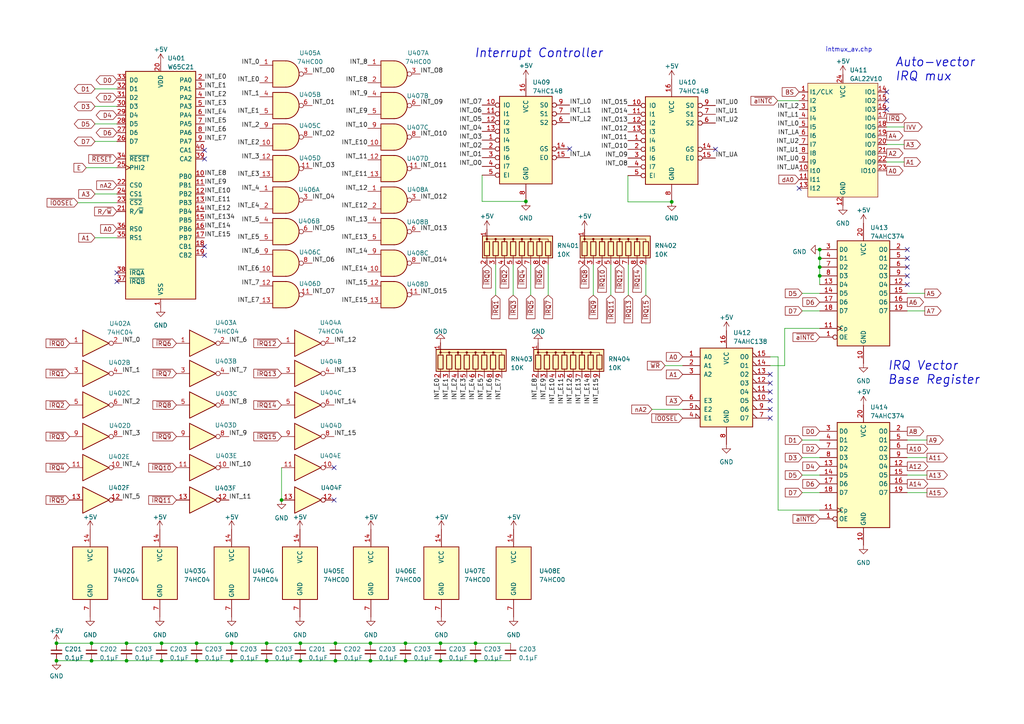
<source format=kicad_sch>
(kicad_sch (version 20230121) (generator eeschema)
  (paper "A4")
  (title_block (title "6809 Playground system board") (date "2023-06-19") (company "Copyright (c) 2022-2023 Jason R. Thorpe. See LICENSE."))
  (junction (at 87.122 191.643))
  (junction (at 152.527 58.42))
  (junction (at 137.922 191.643))
  (junction (at 26.543 191.643))
  (junction (at 81.661 145.034))
  (junction (at 67.183 186.563))
  (junction (at 36.703 186.563))
  (junction (at 127.762 186.563))
  (junction (at 117.602 186.563))
  (junction (at 26.543 186.563))
  (junction (at 237.744 80.01))
  (junction (at 16.383 186.563))
  (junction (at 16.383 191.643))
  (junction (at 107.442 191.643))
  (junction (at 237.744 72.39))
  (junction (at 57.023 191.643))
  (junction (at 107.442 186.563))
  (junction (at 127.762 191.643))
  (junction (at 46.863 186.563))
  (junction (at 194.818 58.547))
  (junction (at 97.282 191.643))
  (junction (at 237.744 74.93))
  (junction (at 237.744 77.47))
  (junction (at 77.343 186.563))
  (junction (at 97.282 186.563))
  (junction (at 77.343 191.643))
  (junction (at 36.703 191.643))
  (junction (at 87.122 186.563))
  (junction (at 117.602 191.643))
  (junction (at 46.863 191.643))
  (junction (at 57.023 186.563))
  (junction (at 137.922 186.563))
  (junction (at 67.183 191.643))
  (no_connect (at 96.901 135.636))
  (no_connect (at 165.227 43.18))
  (no_connect (at 59.309 71.501))
  (no_connect (at 263.144 80.01))
  (no_connect (at 257.175 29.21))
  (no_connect (at 223.393 121.285))
  (no_connect (at 263.144 77.47))
  (no_connect (at 59.309 74.041))
  (no_connect (at 207.518 43.307))
  (no_connect (at 33.909 81.661))
  (no_connect (at 231.775 54.61))
  (no_connect (at 257.175 26.67))
  (no_connect (at 223.393 111.125))
  (no_connect (at 223.393 108.585))
  (no_connect (at 223.393 116.205))
  (no_connect (at 96.901 145.034))
  (no_connect (at 33.909 79.121))
  (no_connect (at 59.309 43.561))
  (no_connect (at 223.393 113.665))
  (no_connect (at 223.393 118.745))
  (no_connect (at 263.144 74.93))
  (no_connect (at 257.175 31.75))
  (no_connect (at 59.309 46.101))
  (no_connect (at 263.144 72.39))
  (no_connect (at 263.144 82.55))
  (wire (pts (xy 177.165 76.708) (xy 177.165 85.598)))
  (wire (pts (xy 137.922 186.563) (xy 148.082 186.563)))
  (wire (pts (xy 263.144 85.09) (xy 268.224 85.09)))
  (wire (pts (xy 46.863 191.643) (xy 57.023 191.643)))
  (wire (pts (xy 137.922 191.643) (xy 148.082 191.643)))
  (wire (pts (xy 117.602 186.563) (xy 127.762 186.563)))
  (wire (pts (xy 16.383 186.563) (xy 26.543 186.563)))
  (wire (pts (xy 77.343 186.563) (xy 87.122 186.563)))
  (wire (pts (xy 87.122 186.563) (xy 97.282 186.563)))
  (wire (pts (xy 87.122 191.643) (xy 97.282 191.643)))
  (wire (pts (xy 16.383 191.643) (xy 26.543 191.643)))
  (wire (pts (xy 67.183 191.643) (xy 77.343 191.643)))
  (wire (pts (xy 172.085 76.708) (xy 172.085 85.598)))
  (wire (pts (xy 225.552 29.21) (xy 231.775 29.21)))
  (wire (pts (xy 36.703 191.643) (xy 46.863 191.643)))
  (wire (pts (xy 26.543 191.643) (xy 36.703 191.643)))
  (wire (pts (xy 27.559 56.261) (xy 33.909 56.261)))
  (wire (pts (xy 237.744 72.39) (xy 237.744 74.93)))
  (wire (pts (xy 187.325 76.708) (xy 187.325 85.598)))
  (wire (pts (xy 159.004 76.708) (xy 159.004 85.598)))
  (wire (pts (xy 27.559 30.861) (xy 33.909 30.861)))
  (wire (pts (xy 127.762 186.563) (xy 137.922 186.563)))
  (wire (pts (xy 143.764 76.708) (xy 143.764 85.598)))
  (wire (pts (xy 257.175 36.83) (xy 262.255 36.83)))
  (wire (pts (xy 232.664 90.17) (xy 237.744 90.17)))
  (wire (pts (xy 232.664 142.875) (xy 237.744 142.875)))
  (wire (pts (xy 107.442 186.563) (xy 117.602 186.563)))
  (wire (pts (xy 182.118 50.927) (xy 182.118 58.547)))
  (wire (pts (xy 232.664 127.635) (xy 237.744 127.635)))
  (wire (pts (xy 27.559 35.941) (xy 33.909 35.941)))
  (wire (pts (xy 46.863 186.563) (xy 57.023 186.563)))
  (wire (pts (xy 237.744 80.01) (xy 237.744 82.55)))
  (wire (pts (xy 27.559 68.961) (xy 33.909 68.961)))
  (wire (pts (xy 263.144 127.635) (xy 268.859 127.635)))
  (wire (pts (xy 263.144 90.17) (xy 268.224 90.17)))
  (wire (pts (xy 139.827 50.8) (xy 139.827 58.42)))
  (wire (pts (xy 227.584 106.045) (xy 227.584 95.25)))
  (wire (pts (xy 117.602 191.643) (xy 127.762 191.643)))
  (wire (pts (xy 127.762 191.643) (xy 137.922 191.643)))
  (wire (pts (xy 223.393 106.045) (xy 227.584 106.045)))
  (wire (pts (xy 223.393 103.505) (xy 225.679 103.505)))
  (wire (pts (xy 77.343 191.643) (xy 87.122 191.643)))
  (wire (pts (xy 148.844 76.708) (xy 148.844 85.598)))
  (wire (pts (xy 27.559 25.781) (xy 33.909 25.781)))
  (wire (pts (xy 97.282 186.563) (xy 107.442 186.563)))
  (wire (pts (xy 26.543 186.563) (xy 36.703 186.563)))
  (wire (pts (xy 225.679 147.955) (xy 237.744 147.955)))
  (wire (pts (xy 263.144 142.875) (xy 268.859 142.875)))
  (wire (pts (xy 67.183 186.563) (xy 77.343 186.563)))
  (wire (pts (xy 33.909 58.801) (xy 22.606 58.801)))
  (wire (pts (xy 107.442 191.643) (xy 117.602 191.643)))
  (wire (pts (xy 25.019 48.641) (xy 33.909 48.641)))
  (wire (pts (xy 153.924 76.708) (xy 153.924 85.598)))
  (wire (pts (xy 257.175 46.99) (xy 262.255 46.99)))
  (wire (pts (xy 225.679 103.505) (xy 225.679 147.955)))
  (wire (pts (xy 263.144 132.715) (xy 268.859 132.715)))
  (wire (pts (xy 182.245 76.708) (xy 182.245 85.598)))
  (wire (pts (xy 232.664 137.795) (xy 237.744 137.795)))
  (wire (pts (xy 27.559 41.021) (xy 33.909 41.021)))
  (wire (pts (xy 227.584 95.25) (xy 237.744 95.25)))
  (wire (pts (xy 57.023 186.563) (xy 67.183 186.563)))
  (wire (pts (xy 182.118 58.547) (xy 194.818 58.547)))
  (wire (pts (xy 192.913 106.045) (xy 197.993 106.045)))
  (wire (pts (xy 257.175 41.91) (xy 262.255 41.91)))
  (wire (pts (xy 237.744 77.47) (xy 237.744 80.01)))
  (wire (pts (xy 36.703 186.563) (xy 46.863 186.563)))
  (wire (pts (xy 263.144 137.795) (xy 268.859 137.795)))
  (wire (pts (xy 139.827 58.42) (xy 152.527 58.42)))
  (wire (pts (xy 232.664 85.09) (xy 237.744 85.09)))
  (wire (pts (xy 81.661 135.636) (xy 81.661 145.034)))
  (wire (pts (xy 237.744 74.93) (xy 237.744 77.47)))
  (wire (pts (xy 57.023 191.643) (xy 67.183 191.643)))
  (wire (pts (xy 189.103 118.745) (xy 197.993 118.745)))
  (wire (pts (xy 232.664 132.715) (xy 237.744 132.715)))
  (wire (pts (xy 97.282 191.643) (xy 107.442 191.643)))
  (text "intmux_av.chp" (at 239.395 15.24 0) (effects (font (size 1.27 1.27)) (justify left bottom)))
  (text "Auto-vector\nIRQ mux" (at 259.588 23.749 0) (effects (font (size 2.54 2.54) (thickness 0.254) bold italic) (justify left bottom)))
  (text "IRQ Vector\nBase Register" (at 257.429 111.76 0) (effects (font (size 2.54 2.54) (thickness 0.254) bold italic) (justify left bottom)))
  (text "Interrupt Controller" (at 137.541 17.018 0) (effects (font (size 2.54 2.54) (thickness 0.254) bold italic) (justify left bottom)))
  (label "INT_O1" (at 90.551 30.607 0))
  (label "INT_E15" (at 173.863 109.601 270))
  (label "INT_E134" (at 59.309 63.881 0))
  (label "INT_O3" (at 90.551 48.895 0))
  (label "INT_O6" (at 139.827 33.02 180))
  (label "INT_E12" (at 166.243 109.601 270))
  (label "INT_E12" (at 106.68 60.579 180))
  (label "INT_E0" (at 75.311 24.003 180))
  (label "INT_9" (at 106.68 28.067 180))
  (label "INT_14" (at 96.901 117.475 0))
  (label "INT_12" (at 106.68 55.499 180))
  (label "INT_L1" (at 165.227 33.02 0))
  (label "INT_E6" (at 143.002 109.601 270))
  (label "INT_E9" (at 59.309 53.721 0))
  (label "INT_L0" (at 165.227 30.48 0))
  (label "INT_LA" (at 231.775 39.37 180))
  (label "INT_O7" (at 90.551 85.471 0))
  (label "INT_E4" (at 137.922 109.601 270))
  (label "INT_O8" (at 182.118 48.387 180))
  (label "INT_15" (at 106.68 82.931 180))
  (label "INT_O12" (at 182.118 38.227 180))
  (label "INT_O11" (at 121.92 48.895 0))
  (label "INT_E14" (at 171.323 109.601 270))
  (label "INT_E10" (at 106.68 42.291 180))
  (label "INT_O4" (at 90.551 58.039 0))
  (label "INT_O14" (at 182.118 33.147 180))
  (label "INT_1" (at 75.311 28.067 180))
  (label "INT_6" (at 75.311 73.787 180))
  (label "INT_6" (at 66.421 99.568 0))
  (label "INT_O9" (at 121.92 30.607 0))
  (label "INT_E1" (at 59.309 25.781 0))
  (label "INT_O3" (at 139.827 40.64 180))
  (label "INT_E10" (at 161.163 109.601 270))
  (label "INT_L1" (at 231.775 34.29 180))
  (label "INT_O10" (at 182.118 43.307 180))
  (label "INT_E9" (at 158.623 109.601 270))
  (label "INT_8" (at 106.68 18.923 180))
  (label "INT_E1" (at 75.311 33.147 180))
  (label "INT_O13" (at 121.92 67.183 0))
  (label "INT_7" (at 75.311 82.931 180))
  (label "INT_7" (at 66.421 108.331 0))
  (label "INT_E8" (at 156.083 109.601 270))
  (label "INT_E9" (at 106.68 33.147 180))
  (label "INT_O15" (at 182.118 30.607 180))
  (label "INT_E1" (at 130.302 109.601 270))
  (label "INT_E12" (at 59.309 61.341 0))
  (label "INT_O9" (at 182.118 45.847 180))
  (label "INT_E2" (at 59.309 28.321 0))
  (label "INT_E5" (at 75.311 69.723 180))
  (label "INT_O10" (at 121.92 39.751 0))
  (label "INT_E10" (at 59.309 56.261 0))
  (label "INT_E0" (at 127.762 109.601 270))
  (label "INT_E4" (at 59.309 33.401 0))
  (label "INT_O0" (at 90.551 21.463 0))
  (label "INT_U0" (at 231.775 46.99 180))
  (label "INT_15" (at 96.901 126.619 0))
  (label "INT_O14" (at 121.92 76.327 0))
  (label "INT_O4" (at 139.827 38.1 180))
  (label "INT_E8" (at 106.68 24.003 180))
  (label "INT_O5" (at 139.827 35.56 180))
  (label "INT_E2" (at 132.842 109.601 270))
  (label "INT_2" (at 35.433 117.475 0))
  (label "INT_E7" (at 75.311 88.011 180))
  (label "INT_O7" (at 139.827 30.48 180))
  (label "INT_E6" (at 59.309 38.481 0))
  (label "INT_E2" (at 75.311 42.291 180))
  (label "INT_10" (at 66.421 135.636 0))
  (label "INT_E4" (at 75.311 60.579 180))
  (label "INT_E3" (at 75.311 51.435 180))
  (label "INT_0" (at 35.433 99.568 0))
  (label "INT_O2" (at 90.551 39.751 0))
  (label "INT_E3" (at 59.309 30.861 0))
  (label "INT_E5" (at 140.462 109.601 270))
  (label "INT_10" (at 106.68 37.211 180))
  (label "INT_L2" (at 165.227 35.56 0))
  (label "INT_9" (at 66.421 126.619 0))
  (label "INT_U2" (at 207.518 35.687 0))
  (label "INT_5" (at 75.311 64.643 180))
  (label "INT_1" (at 35.433 108.331 0))
  (label "INT_12" (at 96.901 99.568 0))
  (label "INT_O11" (at 182.118 40.767 180))
  (label "INT_13" (at 106.68 64.643 180))
  (label "INT_E7" (at 59.309 41.021 0))
  (label "INT_U2" (at 231.775 41.91 180))
  (label "INT_E11" (at 59.309 58.801 0))
  (label "INT_O15" (at 121.92 85.471 0))
  (label "INT_3" (at 35.433 126.619 0))
  (label "INT_3" (at 75.311 46.355 180))
  (label "INT_O5" (at 90.551 67.183 0))
  (label "INT_E3" (at 135.382 109.601 270))
  (label "INT_13" (at 96.901 108.331 0))
  (label "INT_O1" (at 139.827 45.72 180))
  (label "INT_11" (at 66.421 145.034 0))
  (label "INT_E14" (at 106.68 78.867 180))
  (label "INT_O8" (at 121.92 21.463 0))
  (label "INT_U1" (at 207.518 33.147 0))
  (label "INT_11" (at 106.68 46.355 180))
  (label "INT_U0" (at 207.518 30.607 0))
  (label "INT_4" (at 35.433 135.636 0))
  (label "INT_E11" (at 163.703 109.601 270))
  (label "INT_0" (at 75.311 18.923 180))
  (label "INT_E13" (at 106.68 69.723 180))
  (label "INT_E5" (at 59.309 35.941 0))
  (label "INT_L2" (at 231.775 31.75 180))
  (label "INT_L0" (at 231.775 36.83 180))
  (label "INT_O13" (at 182.118 35.687 180))
  (label "INT_14" (at 106.68 73.787 180))
  (label "INT_E7" (at 145.542 109.601 270))
  (label "INT_E11" (at 106.68 51.435 180))
  (label "INT_E15" (at 106.68 88.011 180))
  (label "INT_2" (at 75.311 37.211 180))
  (label "INT_UA" (at 207.518 45.847 0))
  (label "INT_O6" (at 90.551 76.327 0))
  (label "INT_O12" (at 121.92 58.039 0))
  (label "INT_E0" (at 59.309 23.241 0))
  (label "INT_UA" (at 231.775 49.53 180))
  (label "INT_O0" (at 139.827 48.26 180))
  (label "INT_E6" (at 75.311 78.867 180))
  (label "INT_E13" (at 168.783 109.601 270))
  (label "INT_E15" (at 59.309 68.961 0))
  (label "INT_8" (at 66.421 117.475 0))
  (label "INT_O2" (at 139.827 43.18 180))
  (label "INT_4" (at 75.311 55.499 180))
  (label "INT_E8" (at 59.309 51.181 0))
  (label "INT_LA" (at 165.227 45.72 0))
  (label "INT_5" (at 35.433 145.034 0))
  (label "INT_U1" (at 231.775 44.45 180))
  (label "INT_E14" (at 59.309 66.421 0))
  (global_label "~{IRQ3}" (shape input) (at 148.844 85.598 270) (property "Intersheetrefs" "${INTERSHEET_REFS}" (effects hide)))
  (global_label "~{IRQ5}" (shape input) (at 153.924 85.598 270) (property "Intersheetrefs" "${INTERSHEET_REFS}" (effects hide)))
  (global_label "A13" (shape output) (at 268.859 137.795 0) (property "Intersheetrefs" "${INTERSHEET_REFS}" (effects hide)))
  (global_label "~{WR}" (shape input) (at 192.913 106.045 180) (property "Intersheetrefs" "${INTERSHEET_REFS}" (effects hide)))
  (global_label "A7" (shape output) (at 268.224 90.17 0) (property "Intersheetrefs" "${INTERSHEET_REFS}" (effects hide)))
  (global_label "A2" (shape output) (at 257.175 44.45 0) (property "Intersheetrefs" "${INTERSHEET_REFS}" (effects hide)))
  (global_label "~{IRQ14}" (shape input) (at 184.785 76.708 270) (property "Intersheetrefs" "${INTERSHEET_REFS}" (effects hide)))
  (global_label "~{IRQ4}" (shape input) (at 151.384 76.708 270) (property "Intersheetrefs" "${INTERSHEET_REFS}" (effects hide)))
  (global_label "D6" (shape input) (at 237.744 87.63 180) (property "Intersheetrefs" "${INTERSHEET_REFS}" (effects hide)))
  (global_label "E" (shape input) (at 25.019 48.641 180) (property "Intersheetrefs" "${INTERSHEET_REFS}" (effects hide)))
  (global_label "A8" (shape output) (at 263.144 125.095 0) (property "Intersheetrefs" "${INTERSHEET_REFS}" (effects hide)))
  (global_label "D5" (shape bidirectional) (at 27.559 35.941 180) (property "Intersheetrefs" "${INTERSHEET_REFS}" (effects hide)))
  (global_label "nA2" (shape input) (at 33.909 53.721 180) (property "Intersheetrefs" "${INTERSHEET_REFS}" (effects hide)))
  (global_label "~{IRQ8}" (shape input) (at 51.181 117.475 180) (property "Intersheetrefs" "${INTERSHEET_REFS}" (effects hide)))
  (global_label "~{IRQ7}" (shape input) (at 51.181 108.331 180) (property "Intersheetrefs" "${INTERSHEET_REFS}" (effects hide)))
  (global_label "A10" (shape output) (at 263.144 130.175 0) (property "Intersheetrefs" "${INTERSHEET_REFS}" (effects hide)))
  (global_label "A0" (shape input) (at 197.993 103.505 180) (property "Intersheetrefs" "${INTERSHEET_REFS}" (effects hide)))
  (global_label "A11" (shape output) (at 268.859 132.715 0) (property "Intersheetrefs" "${INTERSHEET_REFS}" (effects hide)))
  (global_label "~{aINTC}" (shape input) (at 237.744 97.79 180) (property "Intersheetrefs" "${INTERSHEET_REFS}" (effects hide)))
  (global_label "~{IRQ7}" (shape input) (at 159.004 85.598 270) (property "Intersheetrefs" "${INTERSHEET_REFS}" (effects hide)))
  (global_label "D6" (shape input) (at 237.744 140.335 180) (property "Intersheetrefs" "${INTERSHEET_REFS}" (effects hide)))
  (global_label "~{IRQ4}" (shape input) (at 20.193 135.636 180) (property "Intersheetrefs" "${INTERSHEET_REFS}" (effects hide)))
  (global_label "A4" (shape output) (at 257.175 39.37 0) (property "Intersheetrefs" "${INTERSHEET_REFS}" (effects hide)))
  (global_label "A3" (shape output) (at 262.255 41.91 0) (property "Intersheetrefs" "${INTERSHEET_REFS}" (effects hide)))
  (global_label "~{IO0SEL}" (shape input) (at 22.606 58.801 180) (property "Intersheetrefs" "${INTERSHEET_REFS}" (effects hide)))
  (global_label "~{IO0SEL}" (shape input) (at 197.993 121.285 180) (property "Intersheetrefs" "${INTERSHEET_REFS}" (effects hide)))
  (global_label "D7" (shape bidirectional) (at 27.559 41.021 180) (property "Intersheetrefs" "${INTERSHEET_REFS}" (effects hide)))
  (global_label "A14" (shape output) (at 263.144 140.335 0) (property "Intersheetrefs" "${INTERSHEET_REFS}" (effects hide)))
  (global_label "~{IRQ11}" (shape input) (at 51.181 145.034 180) (property "Intersheetrefs" "${INTERSHEET_REFS}" (effects hide)))
  (global_label "D4" (shape input) (at 237.744 135.255 180) (property "Intersheetrefs" "${INTERSHEET_REFS}" (effects hide)))
  (global_label "~{IRQ}" (shape output) (at 257.175 34.29 0) (property "Intersheetrefs" "${INTERSHEET_REFS}" (effects hide)))
  (global_label "~{IRQ6}" (shape input) (at 156.464 76.708 270) (property "Intersheetrefs" "${INTERSHEET_REFS}" (effects hide)))
  (global_label "D7" (shape input) (at 232.664 142.875 180) (property "Intersheetrefs" "${INTERSHEET_REFS}" (effects hide)))
  (global_label "~{IRQ10}" (shape input) (at 174.625 76.708 270) (property "Intersheetrefs" "${INTERSHEET_REFS}" (effects hide)))
  (global_label "R{slash}~{W}" (shape input) (at 33.909 61.341 180) (property "Intersheetrefs" "${INTERSHEET_REFS}" (effects hide)))
  (global_label "~{IRQ11}" (shape input) (at 177.165 85.598 270) (property "Intersheetrefs" "${INTERSHEET_REFS}" (effects hide)))
  (global_label "~{IRQ6}" (shape input) (at 51.181 99.568 180) (property "Intersheetrefs" "${INTERSHEET_REFS}" (effects hide)))
  (global_label "A1" (shape input) (at 197.993 108.585 180) (property "Intersheetrefs" "${INTERSHEET_REFS}" (effects hide)))
  (global_label "D4" (shape bidirectional) (at 33.909 33.401 180) (property "Intersheetrefs" "${INTERSHEET_REFS}" (effects hide)))
  (global_label "IVV" (shape output) (at 262.255 36.83 0) (property "Intersheetrefs" "${INTERSHEET_REFS}" (effects hide)))
  (global_label "D0" (shape bidirectional) (at 33.909 23.241 180) (property "Intersheetrefs" "${INTERSHEET_REFS}" (effects hide)))
  (global_label "~{IRQ13}" (shape input) (at 81.661 108.331 180) (property "Intersheetrefs" "${INTERSHEET_REFS}" (effects hide)))
  (global_label "D5" (shape input) (at 232.664 137.795 180) (property "Intersheetrefs" "${INTERSHEET_REFS}" (effects hide)))
  (global_label "nA2" (shape input) (at 189.103 118.745 180) (property "Intersheetrefs" "${INTERSHEET_REFS}" (effects hide)))
  (global_label "~{IRQ12}" (shape input) (at 179.705 76.708 270) (property "Intersheetrefs" "${INTERSHEET_REFS}" (effects hide)))
  (global_label "A3" (shape input) (at 197.993 116.205 180) (property "Intersheetrefs" "${INTERSHEET_REFS}" (effects hide)))
  (global_label "~{IRQ10}" (shape input) (at 51.181 135.636 180) (property "Intersheetrefs" "${INTERSHEET_REFS}" (effects hide)))
  (global_label "A15" (shape output) (at 268.859 142.875 0) (property "Intersheetrefs" "${INTERSHEET_REFS}" (effects hide)))
  (global_label "~{IRQ0}" (shape input) (at 141.224 76.708 270) (property "Intersheetrefs" "${INTERSHEET_REFS}" (effects hide)))
  (global_label "A9" (shape output) (at 268.859 127.635 0) (property "Intersheetrefs" "${INTERSHEET_REFS}" (effects hide)))
  (global_label "A0" (shape input) (at 33.909 66.421 180) (property "Intersheetrefs" "${INTERSHEET_REFS}" (effects hide)))
  (global_label "A1" (shape output) (at 262.255 46.99 0) (property "Intersheetrefs" "${INTERSHEET_REFS}" (effects hide)))
  (global_label "~{aINTC}" (shape input) (at 225.552 29.21 180) (property "Intersheetrefs" "${INTERSHEET_REFS}" (effects hide)))
  (global_label "~{IRQ2}" (shape input) (at 20.193 117.475 180) (property "Intersheetrefs" "${INTERSHEET_REFS}" (effects hide)))
  (global_label "D1" (shape input) (at 232.664 127.635 180) (property "Intersheetrefs" "${INTERSHEET_REFS}" (effects hide)))
  (global_label "A6" (shape output) (at 263.144 87.63 0) (property "Intersheetrefs" "${INTERSHEET_REFS}" (effects hide)))
  (global_label "~{IRQ9}" (shape input) (at 172.085 85.598 270) (property "Intersheetrefs" "${INTERSHEET_REFS}" (effects hide)))
  (global_label "D2" (shape input) (at 237.744 130.175 180) (property "Intersheetrefs" "${INTERSHEET_REFS}" (effects hide)))
  (global_label "A5" (shape output) (at 268.224 85.09 0) (property "Intersheetrefs" "${INTERSHEET_REFS}" (effects hide)))
  (global_label "~{IRQ15}" (shape input) (at 187.325 85.598 270) (property "Intersheetrefs" "${INTERSHEET_REFS}" (effects hide)))
  (global_label "A12" (shape output) (at 263.144 135.255 0) (property "Intersheetrefs" "${INTERSHEET_REFS}" (effects hide)))
  (global_label "~{aINTC}" (shape input) (at 237.744 150.495 180) (property "Intersheetrefs" "${INTERSHEET_REFS}" (effects hide)))
  (global_label "D1" (shape bidirectional) (at 27.559 25.781 180) (property "Intersheetrefs" "${INTERSHEET_REFS}" (effects hide)))
  (global_label "~{IRQ8}" (shape input) (at 169.545 76.708 270) (property "Intersheetrefs" "${INTERSHEET_REFS}" (effects hide)))
  (global_label "D0" (shape input) (at 237.744 125.095 180) (property "Intersheetrefs" "${INTERSHEET_REFS}" (effects hide)))
  (global_label "~{IRQ1}" (shape input) (at 20.193 108.331 180) (property "Intersheetrefs" "${INTERSHEET_REFS}" (effects hide)))
  (global_label "~{IRQ0}" (shape input) (at 20.193 99.568 180) (property "Intersheetrefs" "${INTERSHEET_REFS}" (effects hide)))
  (global_label "~{IRQ5}" (shape input) (at 20.193 145.034 180) (property "Intersheetrefs" "${INTERSHEET_REFS}" (effects hide)))
  (global_label "~{IRQ9}" (shape input) (at 51.181 126.619 180) (property "Intersheetrefs" "${INTERSHEET_REFS}" (effects hide)))
  (global_label "~{IRQ2}" (shape input) (at 146.304 76.708 270) (property "Intersheetrefs" "${INTERSHEET_REFS}" (effects hide)))
  (global_label "A1" (shape input) (at 27.559 68.961 180) (property "Intersheetrefs" "${INTERSHEET_REFS}" (effects hide)))
  (global_label "D5" (shape input) (at 232.664 85.09 180) (property "Intersheetrefs" "${INTERSHEET_REFS}" (effects hide)))
  (global_label "~{RESET}" (shape input) (at 33.909 46.101 180) (property "Intersheetrefs" "${INTERSHEET_REFS}" (effects hide)))
  (global_label "~{IRQ1}" (shape input) (at 143.764 85.598 270) (property "Intersheetrefs" "${INTERSHEET_REFS}" (effects hide)))
  (global_label "~{IRQ12}" (shape input) (at 81.661 99.568 180) (property "Intersheetrefs" "${INTERSHEET_REFS}" (effects hide)))
  (global_label "D3" (shape bidirectional) (at 27.559 30.861 180) (property "Intersheetrefs" "${INTERSHEET_REFS}" (effects hide)))
  (global_label "dA0" (shape input) (at 231.775 52.07 180) (property "Intersheetrefs" "${INTERSHEET_REFS}" (effects hide)))
  (global_label "D2" (shape bidirectional) (at 33.909 28.321 180) (property "Intersheetrefs" "${INTERSHEET_REFS}" (effects hide)))
  (global_label "D6" (shape bidirectional) (at 33.909 38.481 180) (property "Intersheetrefs" "${INTERSHEET_REFS}" (effects hide)))
  (global_label "BS" (shape input) (at 231.775 26.67 180) (property "Intersheetrefs" "${INTERSHEET_REFS}" (effects hide)))
  (global_label "D7" (shape input) (at 232.664 90.17 180) (property "Intersheetrefs" "${INTERSHEET_REFS}" (effects hide)))
  (global_label "~{IRQ13}" (shape input) (at 182.245 85.598 270) (property "Intersheetrefs" "${INTERSHEET_REFS}" (effects hide)))
  (global_label "~{IRQ14}" (shape input) (at 81.661 117.475 180) (property "Intersheetrefs" "${INTERSHEET_REFS}" (effects hide)))
  (global_label "A0" (shape output) (at 257.175 49.53 0) (property "Intersheetrefs" "${INTERSHEET_REFS}" (effects hide)))
  (global_label "~{IRQ3}" (shape input) (at 20.193 126.619 180) (property "Intersheetrefs" "${INTERSHEET_REFS}" (effects hide)))
  (global_label "A3" (shape input) (at 27.559 56.261 180) (property "Intersheetrefs" "${INTERSHEET_REFS}" (effects hide)))
  (global_label "D3" (shape input) (at 232.664 132.715 180) (property "Intersheetrefs" "${INTERSHEET_REFS}" (effects hide)))
  (global_label "~{IRQ15}" (shape input) (at 81.661 126.619 180) (property "Intersheetrefs" "${INTERSHEET_REFS}" (effects hide)))
  (symbol (lib_id "power:GND") (at 107.569 178.943 0) (unit 1)
    (property "Reference" "#PWR0430" (effects hide))
    (property "Value" "GND" (at 107.569 184.15 0))
  )
  (symbol (lib_id "power:GND") (at 67.183 178.943 0) (unit 1)
    (property "Reference" "#PWR0420" (effects hide))
    (property "Value" "GND" (at 67.183 184.15 0))
  )
  (symbol (lib_id "Device:C_Small") (at 97.282 189.103 0) (unit 1)
    (property "Reference" "C202" (at 99.6061 188.2746 0) (effects (justify left)))
    (property "Value" "0.1µF" (at 99.6061 190.8115 0) (effects (justify left)))
    (property "Footprint" "Capacitor_THT:C_Disc_D3.8mm_W2.6mm_P2.50mm" (effects hide))
    (instances (project "pg09-system" (path "" (reference "C202") (unit 1)) (path "" (reference "C302") (unit 1)) (path "" (reference "C409") (unit 1))))
  )
  (symbol (lib_id "power:GND") (at 128.016 178.943 0) (unit 1)
    (property "Reference" "#PWR0431" (effects hide))
    (property "Value" "GND" (at 128.016 184.15 0))
  )
  (symbol (lib_id "74xx:74HC00") (at 107.569 166.243 0) (unit 5)
    (property "Reference" "U406" (at 114.554 165.608 0) (effects (justify left)))
    (property "Value" "74HC00" (at 114.554 168.148 0) (effects (justify left)))
    (property "Footprint" "Package_DIP:DIP-14_W7.62mm_Socket" (effects hide))
    (property "Datasheet" "http://www.ti.com/lit/gpn/sn74hc00" (effects hide))
  )
  (symbol (lib_id "74xx:74HC00") (at 82.931 76.327 0) (unit 3)
    (property "Reference" "U406" (at 89.916 73.152 0))
    (property "Value" "74HC00" (effects hide))
    (property "Footprint" "Package_DIP:DIP-14_W7.62mm_Socket" (effects hide))
    (property "Datasheet" "http://www.ti.com/lit/gpn/sn74hc00" (effects hide))
  )
  (symbol (lib_id "jrt-ICs:W65C21") (at 46.609 53.721 0) (unit 1)
    (property "Reference" "U401" (at 48.5649 16.891 0) (effects (justify left)))
    (property "Value" "W65C21" (at 48.5649 19.431 0) (effects (justify left)))
    (property "Footprint" "Package_DIP:DIP-40_W15.24mm_Socket" (effects hide))
    (property "Datasheet" "https://www.westerndesigncenter.com/wdc/documentation/w65c21.pdf" (effects hide))
  )
  (symbol (lib_id "74xx:74HC00") (at 82.931 67.183 0) (unit 2)
    (property "Reference" "U406" (at 89.662 64.135 0))
    (property "Value" "74HC00" (effects hide))
    (property "Footprint" "Package_DIP:DIP-14_W7.62mm_Socket" (effects hide))
    (property "Datasheet" "http://www.ti.com/lit/gpn/sn74hc00" (effects hide))
  )
  (symbol (lib_id "74xx:74HC00") (at 114.3 30.607 0) (unit 2)
    (property "Reference" "U407" (at 121.158 27.813 0))
    (property "Value" "74HC00" (effects hide))
    (property "Footprint" "Package_DIP:DIP-14_W7.62mm_Socket" (effects hide))
    (property "Datasheet" "http://www.ti.com/lit/gpn/sn74hc00" (effects hide))
  )
  (symbol (lib_id "power:GND") (at 194.818 58.547 0) (unit 1)
    (property "Reference" "#PWR0422" (effects hide))
    (property "Value" "GND" (at 194.818 63.246 0))
  )
  (symbol (lib_id "74xx:74HC04") (at 26.162 166.243 0) (unit 7)
    (property "Reference" "U402" (at 32.766 165.608 0) (effects (justify left)))
    (property "Value" "74HC04" (at 32.766 168.148 0) (effects (justify left)))
    (property "Footprint" "Package_DIP:DIP-14_W7.62mm_Socket" (effects hide))
    (property "Datasheet" "https://assets.nexperia.com/documents/data-sheet/74HC_HCT04.pdf" (effects hide))
  )
  (symbol (lib_id "74xx:74HC00") (at 82.931 39.751 0) (unit 3)
    (property "Reference" "U405" (at 89.916 36.449 0))
    (property "Value" "74HC00" (effects hide))
    (property "Footprint" "Package_DIP:DIP-14_W7.62mm_Socket" (effects hide))
    (property "Datasheet" "http://www.ti.com/lit/gpn/sn74hc00" (effects hide))
  )
  (symbol (lib_id "74xx:74HC00") (at 114.3 76.327 0) (unit 3)
    (property "Reference" "U408" (at 121.158 73.406 0))
    (property "Value" "74HC00" (effects hide))
    (property "Footprint" "Package_DIP:DIP-14_W7.62mm_Socket" (effects hide))
    (property "Datasheet" "http://www.ti.com/lit/gpn/sn74hc00" (effects hide))
  )
  (symbol (lib_id "power:+5V") (at 26.162 153.543 0) (unit 1)
    (property "Reference" "#PWR0404" (effects hide))
    (property "Value" "+5V" (at 26.162 149.987 0))
  )
  (symbol (lib_id "74xx:74HC00") (at 114.3 48.895 0) (unit 4)
    (property "Reference" "U407" (at 121.158 45.974 0))
    (property "Value" "74HC00" (effects hide))
    (property "Footprint" "Package_DIP:DIP-14_W7.62mm_Socket" (effects hide))
    (property "Datasheet" "http://www.ti.com/lit/gpn/sn74hc00" (effects hide))
  )
  (symbol (lib_id "Device:C_Small") (at 16.383 189.103 0) (unit 1)
    (property "Reference" "C201" (at 18.7071 188.2746 0) (effects (justify left)))
    (property "Value" "0.1µF" (at 18.7071 190.8115 0) (effects (justify left)))
    (property "Footprint" "Capacitor_THT:C_Disc_D3.8mm_W2.6mm_P2.50mm" (effects hide))
    (instances (project "pg09-system" (path "" (reference "C201") (unit 1)) (path "" (reference "C301") (unit 1)) (path "" (reference "C401") (unit 1))))
  )
  (symbol (lib_id "74xx:74HC00") (at 82.931 58.039 0) (unit 1)
    (property "Reference" "U406" (at 89.662 54.991 0))
    (property "Value" "74HC00" (effects hide))
    (property "Footprint" "Package_DIP:DIP-14_W7.62mm_Socket" (effects hide))
    (property "Datasheet" "http://www.ti.com/lit/gpn/sn74hc00" (effects hide))
  )
  (symbol (lib_id "power:+5V") (at 152.527 22.86 0) (unit 1)
    (property "Reference" "#PWR0423" (effects hide))
    (property "Value" "+5V" (at 152.527 19.05 0))
  )
  (symbol (lib_id "74xx:74HC04") (at 27.813 99.568 0) (unit 1)
    (property "Reference" "U402" (at 34.798 93.853 0))
    (property "Value" "74HC04" (at 34.798 96.393 0))
    (property "Footprint" "Package_DIP:DIP-14_W7.62mm_Socket" (effects hide))
    (property "Datasheet" "https://assets.nexperia.com/documents/data-sheet/74HC_HCT04.pdf" (effects hide))
  )
  (symbol (lib_id "power:GND") (at 237.744 72.39 270) (unit 1)
    (property "Reference" "#PWR0418" (effects hide))
    (property "Value" "GND" (at 233.934 73.025 90) (effects (justify right)))
  )
  (symbol (lib_id "jrt-ICs:GAL22V10") (at 244.475 40.64 0) (unit 1)
    (property "Reference" "U411" (at 246.4309 20.32 0) (effects (justify left)))
    (property "Value" "GAL22V10" (at 246.4309 22.86 0) (effects (justify left)))
    (property "Footprint" "Package_DIP:DIP-24_W7.62mm_Socket" (effects hide))
  )
  (symbol (lib_id "Device:R_Network08") (at 151.384 71.628 0) (unit 1)
    (property "Reference" "RN401" (at 161.544 71.247 0) (effects (justify left)))
    (property "Value" "10K" (at 161.544 73.787 0) (effects (justify left)))
    (property "Footprint" "Resistor_THT:R_Array_SIP9" (effects hide))
    (property "Datasheet" "http://www.vishay.com/docs/31509/csc.pdf" (effects hide))
  )
  (symbol (lib_id "74xx:74HC04") (at 89.281 145.034 0) (unit 6)
    (property "Reference" "U404" (at 96.139 141.478 0))
    (property "Value" "74HC04" (effects hide))
    (property "Footprint" "Package_DIP:DIP-14_W7.62mm_Socket" (effects hide))
    (property "Datasheet" "https://assets.nexperia.com/documents/data-sheet/74HC_HCT04.pdf" (effects hide))
  )
  (symbol (lib_id "power:+5V") (at 46.355 153.543 0) (unit 1)
    (property "Reference" "#PWR0405" (effects hide))
    (property "Value" "+5V" (at 46.355 149.987 0))
  )
  (symbol (lib_id "74xx:74AHC374") (at 250.444 137.795 0) (unit 1)
    (property "Reference" "U414" (at 252.3999 118.11 0) (effects (justify left)))
    (property "Value" "74AHC374" (at 252.3999 120.65 0) (effects (justify left)))
    (property "Footprint" "Package_DIP:DIP-20_W7.62mm_Socket" (effects hide))
    (property "Datasheet" "https://assets.nexperia.com/documents/data-sheet/74AHC_AHCT374.pdf" (effects hide))
  )
  (symbol (lib_id "Device:R_Network08") (at 166.243 104.521 0) (unit 1)
    (property "Reference" "RN404" (at 176.403 104.14 0) (effects (justify left)))
    (property "Value" "10K" (at 176.403 106.68 0) (effects (justify left)))
    (property "Footprint" "Resistor_THT:R_Array_SIP9" (effects hide))
    (property "Datasheet" "http://www.vishay.com/docs/31509/csc.pdf" (effects hide))
  )
  (symbol (lib_id "74xx:74HC04") (at 58.801 126.619 0) (unit 4)
    (property "Reference" "U403" (at 65.532 123.317 0))
    (property "Value" "74HC04" (effects hide))
    (property "Footprint" "Package_DIP:DIP-14_W7.62mm_Socket" (effects hide))
    (property "Datasheet" "https://assets.nexperia.com/documents/data-sheet/74HC_HCT04.pdf" (effects hide))
  )
  (symbol (lib_id "Device:C_Small") (at 67.183 189.103 0) (unit 1)
    (property "Reference" "C203" (at 69.5071 188.2746 0) (effects (justify left)))
    (property "Value" "0.1µF" (at 69.5071 190.8115 0) (effects (justify left)))
    (property "Footprint" "Capacitor_THT:C_Disc_D3.8mm_W2.6mm_P2.50mm" (effects hide))
    (instances (project "pg09-system" (path "" (reference "C203") (unit 1)) (path "" (reference "C304") (unit 1)) (path "" (reference "C406") (unit 1))))
  )
  (symbol (lib_id "Device:R_Network08") (at 137.922 104.521 0) (unit 1)
    (property "Reference" "RN403" (at 148.082 104.14 0) (effects (justify left)))
    (property "Value" "10K" (at 148.082 106.68 0) (effects (justify left)))
    (property "Footprint" "Resistor_THT:R_Array_SIP9" (effects hide))
    (property "Datasheet" "http://www.vishay.com/docs/31509/csc.pdf" (effects hide))
  )
  (symbol (lib_id "power:+5V") (at 250.444 64.77 0) (unit 1)
    (property "Reference" "#PWR0409" (effects hide))
    (property "Value" "+5V" (at 250.444 60.96 0))
  )
  (symbol (lib_id "power:GND") (at 152.527 58.42 0) (unit 1)
    (property "Reference" "#PWR0421" (effects hide))
    (property "Value" "GND" (at 152.527 63.246 0))
  )
  (symbol (lib_id "Device:C_Small") (at 107.442 189.103 0) (unit 1)
    (property "Reference" "C203" (at 109.7661 188.2746 0) (effects (justify left)))
    (property "Value" "0.1µF" (at 109.7661 190.8115 0) (effects (justify left)))
    (property "Footprint" "Capacitor_THT:C_Disc_D3.8mm_W2.6mm_P2.50mm" (effects hide))
    (instances (project "pg09-system" (path "" (reference "C203") (unit 1)) (path "" (reference "C303") (unit 1)) (path "" (reference "C410") (unit 1))))
  )
  (symbol (lib_id "power:+5V") (at 141.224 66.548 0) (unit 1)
    (property "Reference" "#PWR01" (effects hide))
    (property "Value" "+5V" (at 141.224 62.738 0))
  )
  (symbol (lib_id "power:GND") (at 244.475 59.69 0) (unit 1)
    (property "Reference" "#PWR0408" (effects hide))
    (property "Value" "GND" (at 244.475 64.77 0))
  )
  (symbol (lib_id "74xx:74HC04") (at 89.281 135.636 0) (unit 5)
    (property "Reference" "U404" (at 95.885 132.207 0))
    (property "Value" "74HC04" (effects hide))
    (property "Footprint" "Package_DIP:DIP-14_W7.62mm_Socket" (effects hide))
    (property "Datasheet" "https://assets.nexperia.com/documents/data-sheet/74HC_HCT04.pdf" (effects hide))
  )
  (symbol (lib_id "Device:C_Small") (at 36.703 189.103 0) (unit 1)
    (property "Reference" "C203" (at 39.0271 188.2746 0) (effects (justify left)))
    (property "Value" "0.1µF" (at 39.0271 190.8115 0) (effects (justify left)))
    (property "Footprint" "Capacitor_THT:C_Disc_D3.8mm_W2.6mm_P2.50mm" (effects hide))
    (instances (project "pg09-system" (path "" (reference "C203") (unit 1)) (path "" (reference "C303") (unit 1)) (path "" (reference "C403") (unit 1))))
  )
  (symbol (lib_id "74xx:74HC00") (at 82.931 30.607 0) (unit 2)
    (property "Reference" "U405" (at 89.916 27.432 0))
    (property "Value" "74HC00" (effects hide))
    (property "Footprint" "Package_DIP:DIP-14_W7.62mm_Socket" (effects hide))
    (property "Datasheet" "http://www.ti.com/lit/gpn/sn74hc00" (effects hide))
  )
  (symbol (lib_id "power:+5V") (at 67.183 153.543 0) (unit 1)
    (property "Reference" "#PWR0406" (effects hide))
    (property "Value" "+5V" (at 67.183 149.987 0))
  )
  (symbol (lib_id "power:GND") (at 148.971 178.943 0) (unit 1)
    (property "Reference" "#PWR0432" (effects hide))
    (property "Value" "GND" (at 148.971 184.15 0))
  )
  (symbol (lib_id "74xx:74HC00") (at 82.931 21.463 0) (unit 1)
    (property "Reference" "U405" (at 89.916 15.367 0))
    (property "Value" "74HC00" (at 89.916 17.907 0))
    (property "Footprint" "Package_DIP:DIP-14_W7.62mm_Socket" (effects hide))
    (property "Datasheet" "http://www.ti.com/lit/gpn/sn74hc00" (effects hide))
  )
  (symbol (lib_id "74xx:74HC04") (at 58.801 135.636 0) (unit 5)
    (property "Reference" "U403" (at 65.659 132.207 0))
    (property "Value" "74HC04" (effects hide))
    (property "Footprint" "Package_DIP:DIP-14_W7.62mm_Socket" (effects hide))
    (property "Datasheet" "https://assets.nexperia.com/documents/data-sheet/74HC_HCT04.pdf" (effects hide))
  )
  (symbol (lib_id "74xx:74HC04") (at 58.801 145.034 0) (unit 6)
    (property "Reference" "U403" (at 65.405 141.605 0))
    (property "Value" "74HC04" (effects hide))
    (property "Footprint" "Package_DIP:DIP-14_W7.62mm_Socket" (effects hide))
    (property "Datasheet" "https://assets.nexperia.com/documents/data-sheet/74HC_HCT04.pdf" (effects hide))
  )
  (symbol (lib_id "power:GND") (at 250.444 105.41 0) (unit 1)
    (property "Reference" "#PWR0413" (effects hide))
    (property "Value" "GND" (at 250.444 110.49 0))
  )
  (symbol (lib_id "74xx:74HC04") (at 27.813 145.034 0) (unit 6)
    (property "Reference" "U402" (at 34.544 141.478 0))
    (property "Value" "74HC04" (effects hide))
    (property "Footprint" "Package_DIP:DIP-14_W7.62mm_Socket" (effects hide))
    (property "Datasheet" "https://assets.nexperia.com/documents/data-sheet/74HC_HCT04.pdf" (effects hide))
  )
  (symbol (lib_id "power:+5V") (at 250.444 117.475 0) (unit 1)
    (property "Reference" "#PWR0412" (effects hide))
    (property "Value" "+5V" (at 250.444 113.665 0))
  )
  (symbol (lib_id "74xx:74HC04") (at 89.281 117.475 0) (unit 3)
    (property "Reference" "U404" (at 96.012 113.919 0))
    (property "Value" "74HC04" (effects hide))
    (property "Footprint" "Package_DIP:DIP-14_W7.62mm_Socket" (effects hide))
    (property "Datasheet" "https://assets.nexperia.com/documents/data-sheet/74HC_HCT04.pdf" (effects hide))
  )
  (symbol (lib_id "74xx:74HC04") (at 27.813 117.475 0) (unit 3)
    (property "Reference" "U402" (at 34.671 114.046 0))
    (property "Value" "74HC04" (effects hide))
    (property "Footprint" "Package_DIP:DIP-14_W7.62mm_Socket" (effects hide))
    (property "Datasheet" "https://assets.nexperia.com/documents/data-sheet/74HC_HCT04.pdf" (effects hide))
  )
  (symbol (lib_id "power:+5V") (at 86.995 153.543 0) (unit 1)
    (property "Reference" "#PWR0425" (effects hide))
    (property "Value" "+5V" (at 86.995 149.987 0))
  )
  (symbol (lib_id "power:+5V") (at 128.016 153.543 0) (unit 1)
    (property "Reference" "#PWR0427" (effects hide))
    (property "Value" "+5V" (at 128.016 149.987 0))
  )
  (symbol (lib_id "74xx:74HC04") (at 89.281 108.331 0) (unit 2)
    (property "Reference" "U404" (at 96.012 104.902 0))
    (property "Value" "74HC04" (effects hide))
    (property "Footprint" "Package_DIP:DIP-14_W7.62mm_Socket" (effects hide))
    (property "Datasheet" "https://assets.nexperia.com/documents/data-sheet/74HC_HCT04.pdf" (effects hide))
  )
  (symbol (lib_id "power:GND") (at 127.762 99.441 180) (unit 1)
    (property "Reference" "#PWR0433" (effects hide))
    (property "Value" "GND" (at 127.762 96.139 0))
  )
  (symbol (lib_id "power:GND") (at 156.083 99.441 180) (unit 1)
    (property "Reference" "#PWR0434" (effects hide))
    (property "Value" "GND" (at 156.083 96.139 0))
  )
  (symbol (lib_id "power:+5V") (at 16.383 186.563 0) (unit 1)
    (property "Reference" "#PWR0214" (effects hide))
    (property "Value" "+5V" (at 16.383 182.9872 0))
    (instances (project "pg09-system" (path "" (reference "#PWR0214") (unit 1)) (path "" (reference "#PWR0309") (unit 1)) (path "" (reference "#PWR0410") (unit 1))))
  )
  (symbol (lib_id "74xx:74HC00") (at 86.995 166.243 0) (unit 5)
    (property "Reference" "U405" (at 93.726 165.608 0) (effects (justify left)))
    (property "Value" "74HC00" (at 93.726 168.148 0) (effects (justify left)))
    (property "Footprint" "Package_DIP:DIP-14_W7.62mm_Socket" (effects hide))
    (property "Datasheet" "http://www.ti.com/lit/gpn/sn74hc00" (effects hide))
  )
  (symbol (lib_id "Device:C_Small") (at 148.082 189.103 0) (unit 1)
    (property "Reference" "C203" (at 150.4061 188.2746 0) (effects (justify left)))
    (property "Value" "0.1µF" (at 150.4061 190.8115 0) (effects (justify left)))
    (property "Footprint" "Capacitor_THT:C_Disc_D3.8mm_W2.6mm_P2.50mm" (effects hide))
    (instances (project "pg09-system" (path "" (reference "C203") (unit 1)) (path "" (reference "C304") (unit 1)) (path "" (reference "C414") (unit 1))))
  )
  (symbol (lib_id "74xx:74LS148") (at 194.818 40.767 0) (unit 1)
    (property "Reference" "U410" (at 196.7739 23.876 0) (effects (justify left)))
    (property "Value" "74HC148" (at 196.7739 26.416 0) (effects (justify left)))
    (property "Footprint" "Package_DIP:DIP-16_W7.62mm_Socket" (effects hide))
    (property "Datasheet" "http://www.ti.com/lit/gpn/sn74LS148" (effects hide))
  )
  (symbol (lib_id "74xx:74HC04") (at 27.813 126.619 0) (unit 4)
    (property "Reference" "U402" (at 34.798 123.444 0))
    (property "Value" "74HC04" (effects hide))
    (property "Footprint" "Package_DIP:DIP-14_W7.62mm_Socket" (effects hide))
    (property "Datasheet" "https://assets.nexperia.com/documents/data-sheet/74HC_HCT04.pdf" (effects hide))
  )
  (symbol (lib_id "74xx:74HC04") (at 27.813 108.331 0) (unit 2)
    (property "Reference" "U402" (at 34.671 105.156 0))
    (property "Value" "74HC04" (effects hide))
    (property "Footprint" "Package_DIP:DIP-14_W7.62mm_Socket" (effects hide))
    (property "Datasheet" "https://assets.nexperia.com/documents/data-sheet/74HC_HCT04.pdf" (effects hide))
  )
  (symbol (lib_id "Device:C_Small") (at 26.543 189.103 0) (unit 1)
    (property "Reference" "C202" (at 28.8671 188.2746 0) (effects (justify left)))
    (property "Value" "0.1µF" (at 28.8671 190.8115 0) (effects (justify left)))
    (property "Footprint" "Capacitor_THT:C_Disc_D3.8mm_W2.6mm_P2.50mm" (effects hide))
    (instances (project "pg09-system" (path "" (reference "C202") (unit 1)) (path "" (reference "C302") (unit 1)) (path "" (reference "C402") (unit 1))))
  )
  (symbol (lib_id "Device:C_Small") (at 87.122 189.103 0) (unit 1)
    (property "Reference" "C201" (at 89.4461 188.2746 0) (effects (justify left)))
    (property "Value" "0.1µF" (at 89.4461 190.8115 0) (effects (justify left)))
    (property "Footprint" "Capacitor_THT:C_Disc_D3.8mm_W2.6mm_P2.50mm" (effects hide))
    (instances (project "pg09-system" (path "" (reference "C201") (unit 1)) (path "" (reference "C301") (unit 1)) (path "" (reference "C408") (unit 1))))
  )
  (symbol (lib_id "74xx:74HC00") (at 114.3 67.183 0) (unit 2)
    (property "Reference" "U408" (at 121.158 64.389 0))
    (property "Value" "74HC00" (effects hide))
    (property "Footprint" "Package_DIP:DIP-14_W7.62mm_Socket" (effects hide))
    (property "Datasheet" "http://www.ti.com/lit/gpn/sn74hc00" (effects hide))
  )
  (symbol (lib_id "74xx:74HC04") (at 58.801 99.568 0) (unit 1)
    (property "Reference" "U403" (at 65.532 93.599 0))
    (property "Value" "74HC04" (at 65.532 96.139 0))
    (property "Footprint" "Package_DIP:DIP-14_W7.62mm_Socket" (effects hide))
    (property "Datasheet" "https://assets.nexperia.com/documents/data-sheet/74HC_HCT04.pdf" (effects hide))
  )
  (symbol (lib_id "power:+5V") (at 194.818 22.987 0) (unit 1)
    (property "Reference" "#PWR0424" (effects hide))
    (property "Value" "+5V" (at 194.818 19.177 0))
  )
  (symbol (lib_id "power:GND") (at 210.693 128.905 0) (unit 1)
    (property "Reference" "#PWR0416" (effects hide))
    (property "Value" "GND" (at 210.693 133.985 0))
  )
  (symbol (lib_id "Device:C_Small") (at 46.863 189.103 0) (unit 1)
    (property "Reference" "C203" (at 49.1871 188.2746 0) (effects (justify left)))
    (property "Value" "0.1µF" (at 49.1871 190.8115 0) (effects (justify left)))
    (property "Footprint" "Capacitor_THT:C_Disc_D3.8mm_W2.6mm_P2.50mm" (effects hide))
    (instances (project "pg09-system" (path "" (reference "C203") (unit 1)) (path "" (reference "C304") (unit 1)) (path "" (reference "C404") (unit 1))))
  )
  (symbol (lib_id "74xx:74HC04") (at 46.355 166.243 0) (unit 7)
    (property "Reference" "U403" (at 53.34 165.608 0) (effects (justify left)))
    (property "Value" "74HC04" (at 53.34 168.148 0) (effects (justify left)))
    (property "Footprint" "Package_DIP:DIP-14_W7.62mm_Socket" (effects hide))
    (property "Datasheet" "https://assets.nexperia.com/documents/data-sheet/74HC_HCT04.pdf" (effects hide))
  )
  (symbol (lib_id "power:GND") (at 16.383 191.643 0) (unit 1)
    (property "Reference" "#PWR0216" (effects hide))
    (property "Value" "GND" (at 16.383 196.0864 0))
    (instances (project "pg09-system" (path "" (reference "#PWR0216") (unit 1)) (path "" (reference "#PWR0310") (unit 1)) (path "" (reference "#PWR0411") (unit 1))))
  )
  (symbol (lib_id "74xx:74HC04") (at 58.801 117.475 0) (unit 3)
    (property "Reference" "U403" (at 65.659 114.173 0))
    (property "Value" "74HC04" (effects hide))
    (property "Footprint" "Package_DIP:DIP-14_W7.62mm_Socket" (effects hide))
    (property "Datasheet" "https://assets.nexperia.com/documents/data-sheet/74HC_HCT04.pdf" (effects hide))
  )
  (symbol (lib_id "74xx:74HC00") (at 114.3 85.471 0) (unit 4)
    (property "Reference" "U408" (at 121.158 82.423 0))
    (property "Value" "74HC00" (effects hide))
    (property "Footprint" "Package_DIP:DIP-14_W7.62mm_Socket" (effects hide))
    (property "Datasheet" "http://www.ti.com/lit/gpn/sn74hc00" (effects hide))
  )
  (symbol (lib_id "Device:C_Small") (at 57.023 189.103 0) (unit 1)
    (property "Reference" "C203" (at 59.3471 188.2746 0) (effects (justify left)))
    (property "Value" "0.1µF" (at 59.3471 190.8115 0) (effects (justify left)))
    (property "Footprint" "Capacitor_THT:C_Disc_D3.8mm_W2.6mm_P2.50mm" (effects hide))
    (instances (project "pg09-system" (path "" (reference "C203") (unit 1)) (path "" (reference "C304") (unit 1)) (path "" (reference "C405") (unit 1))))
  )
  (symbol (lib_id "74xx:74HC04") (at 27.813 135.636 0) (unit 5)
    (property "Reference" "U402" (at 34.544 132.461 0))
    (property "Value" "74HC04" (effects hide))
    (property "Footprint" "Package_DIP:DIP-14_W7.62mm_Socket" (effects hide))
    (property "Datasheet" "https://assets.nexperia.com/documents/data-sheet/74HC_HCT04.pdf" (effects hide))
  )
  (symbol (lib_id "power:+5V") (at 210.693 95.885 0) (unit 1)
    (property "Reference" "#PWR0417" (effects hide))
    (property "Value" "+5V" (at 210.693 92.075 0))
  )
  (symbol (lib_id "Device:R_Network08") (at 179.705 71.628 0) (unit 1)
    (property "Reference" "RN402" (at 189.865 71.247 0) (effects (justify left)))
    (property "Value" "10K" (at 189.865 73.787 0) (effects (justify left)))
    (property "Footprint" "Resistor_THT:R_Array_SIP9" (effects hide))
    (property "Datasheet" "http://www.vishay.com/docs/31509/csc.pdf" (effects hide))
  )
  (symbol (lib_id "power:GND") (at 46.355 178.943 0) (unit 1)
    (property "Reference" "#PWR0419" (effects hide))
    (property "Value" "GND" (at 46.355 184.15 0))
  )
  (symbol (lib_id "power:GND") (at 26.162 178.943 0) (unit 1)
    (property "Reference" "#PWR0415" (effects hide))
    (property "Value" "GND" (at 26.162 184.15 0))
  )
  (symbol (lib_id "power:GND") (at 250.444 158.115 0) (unit 1)
    (property "Reference" "#PWR0414" (effects hide))
    (property "Value" "GND" (at 250.444 163.195 0))
  )
  (symbol (lib_id "power:GND") (at 81.661 145.034 0) (unit 1)
    (property "Reference" "#PWR0403" (effects hide))
    (property "Value" "GND" (at 81.661 150.241 0))
  )
  (symbol (lib_id "Device:C_Small") (at 137.922 189.103 0) (unit 1)
    (property "Reference" "C203" (at 140.2461 188.2746 0) (effects (justify left)))
    (property "Value" "0.1µF" (at 140.2461 190.8115 0) (effects (justify left)))
    (property "Footprint" "Capacitor_THT:C_Disc_D3.8mm_W2.6mm_P2.50mm" (effects hide))
    (instances (project "pg09-system" (path "" (reference "C203") (unit 1)) (path "" (reference "C304") (unit 1)) (path "" (reference "C413") (unit 1))))
  )
  (symbol (lib_id "power:+5V") (at 169.545 66.548 0) (unit 1)
    (property "Reference" "#PWR02" (effects hide))
    (property "Value" "+5V" (at 169.545 62.738 0))
  )
  (symbol (lib_id "74xx:74HC00") (at 114.3 21.463 0) (unit 1)
    (property "Reference" "U407" (at 121.285 15.367 0))
    (property "Value" "74HC00" (at 121.285 17.907 0))
    (property "Footprint" "Package_DIP:DIP-14_W7.62mm_Socket" (effects hide))
    (property "Datasheet" "http://www.ti.com/lit/gpn/sn74hc00" (effects hide))
  )
  (symbol (lib_id "Device:C_Small") (at 117.602 189.103 0) (unit 1)
    (property "Reference" "C203" (at 119.9261 188.2746 0) (effects (justify left)))
    (property "Value" "0.1µF" (at 119.9261 190.8115 0) (effects (justify left)))
    (property "Footprint" "Capacitor_THT:C_Disc_D3.8mm_W2.6mm_P2.50mm" (effects hide))
    (instances (project "pg09-system" (path "" (reference "C203") (unit 1)) (path "" (reference "C304") (unit 1)) (path "" (reference "C411") (unit 1))))
  )
  (symbol (lib_id "power:+5V") (at 148.971 153.543 0) (unit 1)
    (property "Reference" "#PWR0428" (effects hide))
    (property "Value" "+5V" (at 148.971 149.987 0))
  )
  (symbol (lib_id "74xx:74HC00") (at 82.931 85.471 0) (unit 4)
    (property "Reference" "U406" (at 89.916 82.296 0))
    (property "Value" "74HC00" (effects hide))
    (property "Footprint" "Package_DIP:DIP-14_W7.62mm_Socket" (effects hide))
    (property "Datasheet" "http://www.ti.com/lit/gpn/sn74hc00" (effects hide))
  )
  (symbol (lib_id "74xx:74HC04") (at 89.281 99.568 0) (unit 1)
    (property "Reference" "U404" (at 95.885 93.599 0))
    (property "Value" "74HC04" (at 95.885 96.139 0))
    (property "Footprint" "Package_DIP:DIP-14_W7.62mm_Socket" (effects hide))
    (property "Datasheet" "https://assets.nexperia.com/documents/data-sheet/74HC_HCT04.pdf" (effects hide))
  )
  (symbol (lib_id "74xx:74HC04") (at 58.801 108.331 0) (unit 2)
    (property "Reference" "U403" (at 65.532 104.775 0))
    (property "Value" "74HC04" (effects hide))
    (property "Footprint" "Package_DIP:DIP-14_W7.62mm_Socket" (effects hide))
    (property "Datasheet" "https://assets.nexperia.com/documents/data-sheet/74HC_HCT04.pdf" (effects hide))
  )
  (symbol (lib_id "Device:C_Small") (at 127.762 189.103 0) (unit 1)
    (property "Reference" "C203" (at 130.0861 188.2746 0) (effects (justify left)))
    (property "Value" "0.1µF" (at 130.0861 190.8115 0) (effects (justify left)))
    (property "Footprint" "Capacitor_THT:C_Disc_D3.8mm_W2.6mm_P2.50mm" (effects hide))
    (instances (project "pg09-system" (path "" (reference "C203") (unit 1)) (path "" (reference "C304") (unit 1)) (path "" (reference "C412") (unit 1))))
  )
  (symbol (lib_id "Device:C_Small") (at 77.343 189.103 0) (unit 1)
    (property "Reference" "C203" (at 79.6671 188.2746 0) (effects (justify left)))
    (property "Value" "0.1µF" (at 79.6671 190.8115 0) (effects (justify left)))
    (property "Footprint" "Capacitor_THT:C_Disc_D3.8mm_W2.6mm_P2.50mm" (effects hide))
    (instances (project "pg09-system" (path "" (reference "C203") (unit 1)) (path "" (reference "C304") (unit 1)) (path "" (reference "C407") (unit 1))))
  )
  (symbol (lib_id "74xx:74HC04") (at 67.183 166.243 0) (unit 7)
    (property "Reference" "U404" (at 73.152 165.608 0) (effects (justify left)))
    (property "Value" "74HC04" (at 73.152 168.148 0) (effects (justify left)))
    (property "Footprint" "Package_DIP:DIP-14_W7.62mm_Socket" (effects hide))
    (property "Datasheet" "https://assets.nexperia.com/documents/data-sheet/74HC_HCT04.pdf" (effects hide))
  )
  (symbol (lib_id "74xx:74HC00") (at 82.931 48.895 0) (unit 4)
    (property "Reference" "U405" (at 89.916 45.847 0))
    (property "Value" "74HC00" (effects hide))
    (property "Footprint" "Package_DIP:DIP-14_W7.62mm_Socket" (effects hide))
    (property "Datasheet" "http://www.ti.com/lit/gpn/sn74hc00" (effects hide))
  )
  (symbol (lib_id "power:+5V") (at 107.569 153.543 0) (unit 1)
    (property "Reference" "#PWR0426" (effects hide))
    (property "Value" "+5V" (at 107.569 149.987 0))
  )
  (symbol (lib_id "74xx:74HC04") (at 89.281 126.619 0) (unit 4)
    (property "Reference" "U404" (at 96.012 123.444 0))
    (property "Value" "74HC04" (effects hide))
    (property "Footprint" "Package_DIP:DIP-14_W7.62mm_Socket" (effects hide))
    (property "Datasheet" "https://assets.nexperia.com/documents/data-sheet/74HC_HCT04.pdf" (effects hide))
  )
  (symbol (lib_id "74xx:74HC00") (at 128.016 166.243 0) (unit 5)
    (property "Reference" "U407" (at 134.62 165.608 0) (effects (justify left)))
    (property "Value" "74HC00" (at 134.62 168.148 0) (effects (justify left)))
    (property "Footprint" "Package_DIP:DIP-14_W7.62mm_Socket" (effects hide))
    (property "Datasheet" "http://www.ti.com/lit/gpn/sn74hc00" (effects hide))
  )
  (symbol (lib_id "power:+5V") (at 46.609 18.161 0) (unit 1)
    (property "Reference" "#PWR0401" (effects hide))
    (property "Value" "+5V" (at 46.609 14.351 0))
  )
  (symbol (lib_id "74xx:74AHC374") (at 250.444 85.09 0) (unit 1)
    (property "Reference" "U413" (at 252.3999 66.04 0) (effects (justify left)))
    (property "Value" "74AHC374" (at 252.3999 68.58 0) (effects (justify left)))
    (property "Footprint" "Package_DIP:DIP-20_W7.62mm_Socket" (effects hide))
    (property "Datasheet" "https://assets.nexperia.com/documents/data-sheet/74AHC_AHCT374.pdf" (effects hide))
  )
  (symbol (lib_id "74xx:74HC00") (at 114.3 58.039 0) (unit 1)
    (property "Reference" "U408" (at 121.158 54.991 0))
    (property "Value" "74HC00" (effects hide))
    (property "Footprint" "Package_DIP:DIP-14_W7.62mm_Socket" (effects hide))
    (property "Datasheet" "http://www.ti.com/lit/gpn/sn74hc00" (effects hide))
  )
  (symbol (lib_id "power:+5V") (at 244.475 21.59 0) (unit 1)
    (property "Reference" "#PWR0407" (effects hide))
    (property "Value" "+5V" (at 244.475 17.78 0))
  )
  (symbol (lib_id "power:GND") (at 86.995 178.943 0) (unit 1)
    (property "Reference" "#PWR0429" (effects hide))
    (property "Value" "GND" (at 86.995 184.15 0))
  )
  (symbol (lib_id "power:GND") (at 46.609 89.281 0) (unit 1)
    (property "Reference" "#PWR0402" (effects hide))
    (property "Value" "GND" (at 46.609 94.361 0))
  )
  (symbol (lib_id "74xx:74HC00") (at 148.971 166.243 0) (unit 5)
    (property "Reference" "U408" (at 156.337 165.608 0) (effects (justify left)))
    (property "Value" "74HC00" (at 156.337 168.148 0) (effects (justify left)))
    (property "Footprint" "Package_DIP:DIP-14_W7.62mm_Socket" (effects hide))
    (property "Datasheet" "http://www.ti.com/lit/gpn/sn74hc00" (effects hide))
  )
  (symbol (lib_id "74xx:74LS138") (at 210.693 111.125 0) (unit 1)
    (property "Reference" "U412" (at 212.6489 96.52 0) (effects (justify left)))
    (property "Value" "74AHC138" (at 212.6489 99.06 0) (effects (justify left)))
    (property "Footprint" "Package_DIP:DIP-16_W7.62mm_Socket" (effects hide))
    (property "Datasheet" "http://www.ti.com/lit/gpn/sn74LS138" (effects hide))
  )
  (symbol (lib_id "74xx:74LS148") (at 152.527 40.64 0) (unit 1)
    (property "Reference" "U409" (at 154.432 23.876 0) (effects (justify left)))
    (property "Value" "74HC148" (at 154.432 26.416 0) (effects (justify left)))
    (property "Footprint" "Package_DIP:DIP-16_W7.62mm_Socket" (effects hide))
    (property "Datasheet" "http://www.ti.com/lit/gpn/sn74LS148" (effects hide))
  )
  (symbol (lib_id "74xx:74HC00") (at 114.3 39.751 0) (unit 3)
    (property "Reference" "U407" (at 121.158 36.957 0))
    (property "Value" "74HC00" (effects hide))
    (property "Footprint" "Package_DIP:DIP-14_W7.62mm_Socket" (effects hide))
    (property "Datasheet" "http://www.ti.com/lit/gpn/sn74hc00" (effects hide))
  )
)
</source>
